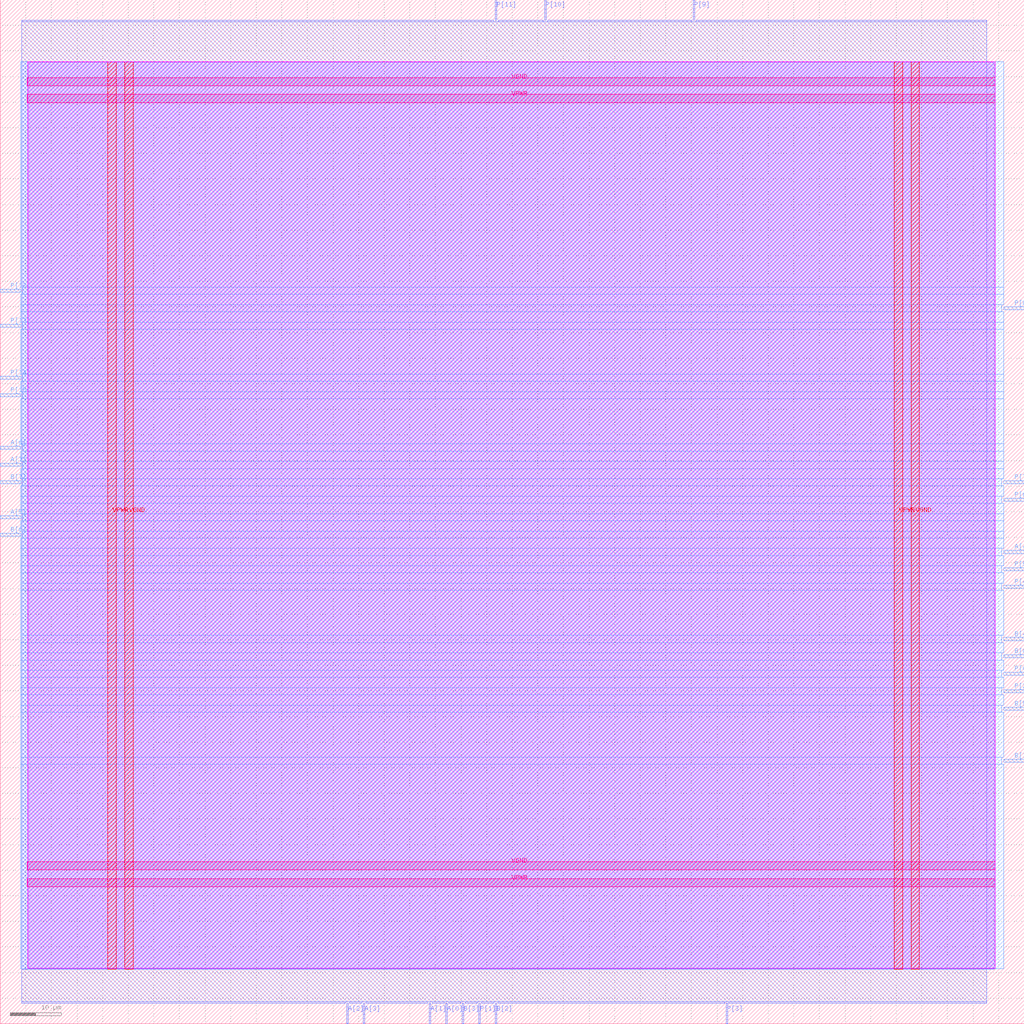
<source format=lef>
VERSION 5.7 ;
  NOWIREEXTENSIONATPIN ON ;
  DIVIDERCHAR "/" ;
  BUSBITCHARS "[]" ;
MACRO mult8_2bits_1op_e17675
  CLASS BLOCK ;
  FOREIGN mult8_2bits_1op_e17675 ;
  ORIGIN 0.000 0.000 ;
  SIZE 200.000 BY 200.000 ;
  PIN A[0]
    DIRECTION INPUT ;
    USE SIGNAL ;
    ANTENNAGATEAREA 0.247500 ;
    PORT
      LAYER met2 ;
        RECT 87.030 0.000 87.310 4.000 ;
    END
  END A[0]
  PIN A[1]
    DIRECTION INPUT ;
    USE SIGNAL ;
    ANTENNAGATEAREA 0.213000 ;
    PORT
      LAYER met2 ;
        RECT 83.810 0.000 84.090 4.000 ;
    END
  END A[1]
  PIN A[2]
    DIRECTION INPUT ;
    USE SIGNAL ;
    ANTENNAGATEAREA 0.495000 ;
    PORT
      LAYER met2 ;
        RECT 67.710 0.000 67.990 4.000 ;
    END
  END A[2]
  PIN A[3]
    DIRECTION INPUT ;
    USE SIGNAL ;
    ANTENNAGATEAREA 0.159000 ;
    PORT
      LAYER met2 ;
        RECT 70.930 0.000 71.210 4.000 ;
    END
  END A[3]
  PIN A[4]
    DIRECTION INPUT ;
    USE SIGNAL ;
    ANTENNAGATEAREA 0.196500 ;
    PORT
      LAYER met3 ;
        RECT 196.000 91.840 200.000 92.440 ;
    END
  END A[4]
  PIN A[5]
    DIRECTION INPUT ;
    USE SIGNAL ;
    ANTENNAGATEAREA 0.213000 ;
    PORT
      LAYER met3 ;
        RECT 0.000 98.640 4.000 99.240 ;
    END
  END A[5]
  PIN A[6]
    DIRECTION INPUT ;
    USE SIGNAL ;
    ANTENNAGATEAREA 0.196500 ;
    PORT
      LAYER met3 ;
        RECT 0.000 112.240 4.000 112.840 ;
    END
  END A[6]
  PIN A[7]
    DIRECTION INPUT ;
    USE SIGNAL ;
    ANTENNAGATEAREA 0.159000 ;
    PORT
      LAYER met3 ;
        RECT 0.000 108.840 4.000 109.440 ;
    END
  END A[7]
  PIN B[0]
    DIRECTION INPUT ;
    USE SIGNAL ;
    ANTENNAGATEAREA 0.213000 ;
    PORT
      LAYER met3 ;
        RECT 196.000 71.440 200.000 72.040 ;
    END
  END B[0]
  PIN B[1]
    DIRECTION INPUT ;
    USE SIGNAL ;
    ANTENNAGATEAREA 0.495000 ;
    PORT
      LAYER met3 ;
        RECT 196.000 51.040 200.000 51.640 ;
    END
  END B[1]
  PIN B[2]
    DIRECTION INPUT ;
    USE SIGNAL ;
    ANTENNAGATEAREA 0.213000 ;
    PORT
      LAYER met2 ;
        RECT 96.690 0.000 96.970 4.000 ;
    END
  END B[2]
  PIN B[3]
    DIRECTION INPUT ;
    USE SIGNAL ;
    ANTENNAGATEAREA 0.213000 ;
    PORT
      LAYER met2 ;
        RECT 90.250 0.000 90.530 4.000 ;
    END
  END B[3]
  PIN B[4]
    DIRECTION INPUT ;
    USE SIGNAL ;
    ANTENNAGATEAREA 0.213000 ;
    PORT
      LAYER met3 ;
        RECT 196.000 74.840 200.000 75.440 ;
    END
  END B[4]
  PIN B[5]
    DIRECTION INPUT ;
    USE SIGNAL ;
    ANTENNAGATEAREA 0.213000 ;
    PORT
      LAYER met3 ;
        RECT 196.000 61.240 200.000 61.840 ;
    END
  END B[5]
  PIN B[6]
    DIRECTION INPUT ;
    USE SIGNAL ;
    ANTENNAGATEAREA 0.213000 ;
    PORT
      LAYER met3 ;
        RECT 0.000 95.240 4.000 95.840 ;
    END
  END B[6]
  PIN B[7]
    DIRECTION INPUT ;
    USE SIGNAL ;
    ANTENNAGATEAREA 0.196500 ;
    PORT
      LAYER met3 ;
        RECT 0.000 105.440 4.000 106.040 ;
    END
  END B[7]
  PIN P[0]
    DIRECTION OUTPUT ;
    USE SIGNAL ;
    ANTENNADIFFAREA 0.445500 ;
    PORT
      LAYER met3 ;
        RECT 196.000 68.040 200.000 68.640 ;
    END
  END P[0]
  PIN P[10]
    DIRECTION OUTPUT ;
    USE SIGNAL ;
    ANTENNADIFFAREA 1.336500 ;
    PORT
      LAYER met2 ;
        RECT 106.350 196.000 106.630 200.000 ;
    END
  END P[10]
  PIN P[11]
    DIRECTION OUTPUT ;
    USE SIGNAL ;
    ANTENNADIFFAREA 1.336500 ;
    PORT
      LAYER met2 ;
        RECT 96.690 196.000 96.970 200.000 ;
    END
  END P[11]
  PIN P[12]
    DIRECTION OUTPUT ;
    USE SIGNAL ;
    ANTENNADIFFAREA 1.336500 ;
    PORT
      LAYER met3 ;
        RECT 0.000 142.840 4.000 143.440 ;
    END
  END P[12]
  PIN P[13]
    DIRECTION OUTPUT ;
    USE SIGNAL ;
    ANTENNADIFFAREA 1.336500 ;
    PORT
      LAYER met3 ;
        RECT 0.000 136.040 4.000 136.640 ;
    END
  END P[13]
  PIN P[14]
    DIRECTION OUTPUT ;
    USE SIGNAL ;
    ANTENNADIFFAREA 1.336500 ;
    PORT
      LAYER met3 ;
        RECT 0.000 125.840 4.000 126.440 ;
    END
  END P[14]
  PIN P[15]
    DIRECTION OUTPUT ;
    USE SIGNAL ;
    ANTENNADIFFAREA 1.336500 ;
    PORT
      LAYER met3 ;
        RECT 0.000 122.440 4.000 123.040 ;
    END
  END P[15]
  PIN P[1]
    DIRECTION OUTPUT ;
    USE SIGNAL ;
    ANTENNADIFFAREA 0.445500 ;
    PORT
      LAYER met2 ;
        RECT 93.470 0.000 93.750 4.000 ;
    END
  END P[1]
  PIN P[2]
    DIRECTION OUTPUT ;
    USE SIGNAL ;
    ANTENNADIFFAREA 0.445500 ;
    PORT
      LAYER met3 ;
        RECT 196.000 64.640 200.000 65.240 ;
    END
  END P[2]
  PIN P[3]
    DIRECTION OUTPUT ;
    USE SIGNAL ;
    ANTENNADIFFAREA 0.445500 ;
    PORT
      LAYER met2 ;
        RECT 141.770 0.000 142.050 4.000 ;
    END
  END P[3]
  PIN P[4]
    DIRECTION OUTPUT ;
    USE SIGNAL ;
    ANTENNADIFFAREA 0.445500 ;
    PORT
      LAYER met3 ;
        RECT 196.000 85.040 200.000 85.640 ;
    END
  END P[4]
  PIN P[5]
    DIRECTION OUTPUT ;
    USE SIGNAL ;
    ANTENNADIFFAREA 0.445500 ;
    PORT
      LAYER met3 ;
        RECT 196.000 88.440 200.000 89.040 ;
    END
  END P[5]
  PIN P[6]
    DIRECTION OUTPUT ;
    USE SIGNAL ;
    ANTENNADIFFAREA 0.445500 ;
    PORT
      LAYER met3 ;
        RECT 196.000 102.040 200.000 102.640 ;
    END
  END P[6]
  PIN P[7]
    DIRECTION OUTPUT ;
    USE SIGNAL ;
    ANTENNADIFFAREA 0.445500 ;
    PORT
      LAYER met3 ;
        RECT 196.000 105.440 200.000 106.040 ;
    END
  END P[7]
  PIN P[8]
    DIRECTION OUTPUT ;
    USE SIGNAL ;
    ANTENNADIFFAREA 1.336500 ;
    PORT
      LAYER met3 ;
        RECT 196.000 139.440 200.000 140.040 ;
    END
  END P[8]
  PIN P[9]
    DIRECTION OUTPUT ;
    USE SIGNAL ;
    ANTENNADIFFAREA 1.336500 ;
    PORT
      LAYER met2 ;
        RECT 135.330 196.000 135.610 200.000 ;
    END
  END P[9]
  PIN VGND
    DIRECTION INOUT ;
    USE GROUND ;
    PORT
      LAYER met4 ;
        RECT 24.340 10.640 25.940 187.920 ;
    END
    PORT
      LAYER met4 ;
        RECT 177.940 10.640 179.540 187.920 ;
    END
    PORT
      LAYER met5 ;
        RECT 5.280 30.030 194.360 31.630 ;
    END
    PORT
      LAYER met5 ;
        RECT 5.280 183.210 194.360 184.810 ;
    END
  END VGND
  PIN VPWR
    DIRECTION INOUT ;
    USE POWER ;
    PORT
      LAYER met4 ;
        RECT 21.040 10.640 22.640 187.920 ;
    END
    PORT
      LAYER met4 ;
        RECT 174.640 10.640 176.240 187.920 ;
    END
    PORT
      LAYER met5 ;
        RECT 5.280 26.730 194.360 28.330 ;
    END
    PORT
      LAYER met5 ;
        RECT 5.280 179.910 194.360 181.510 ;
    END
  END VPWR
  OBS
      LAYER nwell ;
        RECT 5.330 10.795 194.310 187.870 ;
      LAYER li1 ;
        RECT 5.520 10.795 194.120 187.765 ;
      LAYER met1 ;
        RECT 4.210 10.640 194.120 187.920 ;
      LAYER met2 ;
        RECT 4.230 195.720 96.410 196.000 ;
        RECT 97.250 195.720 106.070 196.000 ;
        RECT 106.910 195.720 135.050 196.000 ;
        RECT 135.890 195.720 192.650 196.000 ;
        RECT 4.230 4.280 192.650 195.720 ;
        RECT 4.230 4.000 67.430 4.280 ;
        RECT 68.270 4.000 70.650 4.280 ;
        RECT 71.490 4.000 83.530 4.280 ;
        RECT 84.370 4.000 86.750 4.280 ;
        RECT 87.590 4.000 89.970 4.280 ;
        RECT 90.810 4.000 93.190 4.280 ;
        RECT 94.030 4.000 96.410 4.280 ;
        RECT 97.250 4.000 141.490 4.280 ;
        RECT 142.330 4.000 192.650 4.280 ;
      LAYER met3 ;
        RECT 3.990 143.840 196.000 187.845 ;
        RECT 4.400 142.440 196.000 143.840 ;
        RECT 3.990 140.440 196.000 142.440 ;
        RECT 3.990 139.040 195.600 140.440 ;
        RECT 3.990 137.040 196.000 139.040 ;
        RECT 4.400 135.640 196.000 137.040 ;
        RECT 3.990 126.840 196.000 135.640 ;
        RECT 4.400 125.440 196.000 126.840 ;
        RECT 3.990 123.440 196.000 125.440 ;
        RECT 4.400 122.040 196.000 123.440 ;
        RECT 3.990 113.240 196.000 122.040 ;
        RECT 4.400 111.840 196.000 113.240 ;
        RECT 3.990 109.840 196.000 111.840 ;
        RECT 4.400 108.440 196.000 109.840 ;
        RECT 3.990 106.440 196.000 108.440 ;
        RECT 4.400 105.040 195.600 106.440 ;
        RECT 3.990 103.040 196.000 105.040 ;
        RECT 3.990 101.640 195.600 103.040 ;
        RECT 3.990 99.640 196.000 101.640 ;
        RECT 4.400 98.240 196.000 99.640 ;
        RECT 3.990 96.240 196.000 98.240 ;
        RECT 4.400 94.840 196.000 96.240 ;
        RECT 3.990 92.840 196.000 94.840 ;
        RECT 3.990 91.440 195.600 92.840 ;
        RECT 3.990 89.440 196.000 91.440 ;
        RECT 3.990 88.040 195.600 89.440 ;
        RECT 3.990 86.040 196.000 88.040 ;
        RECT 3.990 84.640 195.600 86.040 ;
        RECT 3.990 75.840 196.000 84.640 ;
        RECT 3.990 74.440 195.600 75.840 ;
        RECT 3.990 72.440 196.000 74.440 ;
        RECT 3.990 71.040 195.600 72.440 ;
        RECT 3.990 69.040 196.000 71.040 ;
        RECT 3.990 67.640 195.600 69.040 ;
        RECT 3.990 65.640 196.000 67.640 ;
        RECT 3.990 64.240 195.600 65.640 ;
        RECT 3.990 62.240 196.000 64.240 ;
        RECT 3.990 60.840 195.600 62.240 ;
        RECT 3.990 52.040 196.000 60.840 ;
        RECT 3.990 50.640 195.600 52.040 ;
        RECT 3.990 10.715 196.000 50.640 ;
  END
END mult8_2bits_1op_e17675
END LIBRARY


</source>
